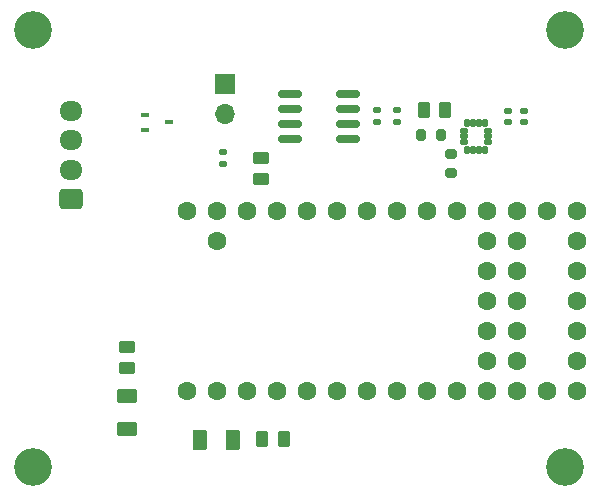
<source format=gbr>
%TF.GenerationSoftware,KiCad,Pcbnew,7.0.7*%
%TF.CreationDate,2023-11-26T17:57:00-07:00*%
%TF.ProjectId,IMUBox,494d5542-6f78-42e6-9b69-6361645f7063,v2*%
%TF.SameCoordinates,Original*%
%TF.FileFunction,Soldermask,Top*%
%TF.FilePolarity,Negative*%
%FSLAX46Y46*%
G04 Gerber Fmt 4.6, Leading zero omitted, Abs format (unit mm)*
G04 Created by KiCad (PCBNEW 7.0.7) date 2023-11-26 17:57:00*
%MOMM*%
%LPD*%
G01*
G04 APERTURE LIST*
G04 Aperture macros list*
%AMRoundRect*
0 Rectangle with rounded corners*
0 $1 Rounding radius*
0 $2 $3 $4 $5 $6 $7 $8 $9 X,Y pos of 4 corners*
0 Add a 4 corners polygon primitive as box body*
4,1,4,$2,$3,$4,$5,$6,$7,$8,$9,$2,$3,0*
0 Add four circle primitives for the rounded corners*
1,1,$1+$1,$2,$3*
1,1,$1+$1,$4,$5*
1,1,$1+$1,$6,$7*
1,1,$1+$1,$8,$9*
0 Add four rect primitives between the rounded corners*
20,1,$1+$1,$2,$3,$4,$5,0*
20,1,$1+$1,$4,$5,$6,$7,0*
20,1,$1+$1,$6,$7,$8,$9,0*
20,1,$1+$1,$8,$9,$2,$3,0*%
G04 Aperture macros list end*
%ADD10RoundRect,0.150000X0.825000X0.150000X-0.825000X0.150000X-0.825000X-0.150000X0.825000X-0.150000X0*%
%ADD11RoundRect,0.140000X-0.170000X0.140000X-0.170000X-0.140000X0.170000X-0.140000X0.170000X0.140000X0*%
%ADD12R,1.700000X1.700000*%
%ADD13O,1.700000X1.700000*%
%ADD14RoundRect,0.200000X0.200000X0.275000X-0.200000X0.275000X-0.200000X-0.275000X0.200000X-0.275000X0*%
%ADD15RoundRect,0.250000X-0.450000X0.262500X-0.450000X-0.262500X0.450000X-0.262500X0.450000X0.262500X0*%
%ADD16RoundRect,0.200000X-0.275000X0.200000X-0.275000X-0.200000X0.275000X-0.200000X0.275000X0.200000X0*%
%ADD17RoundRect,0.140000X0.170000X-0.140000X0.170000X0.140000X-0.170000X0.140000X-0.170000X-0.140000X0*%
%ADD18RoundRect,0.250000X0.450000X-0.262500X0.450000X0.262500X-0.450000X0.262500X-0.450000X-0.262500X0*%
%ADD19RoundRect,0.250000X-0.375000X-0.625000X0.375000X-0.625000X0.375000X0.625000X-0.375000X0.625000X0*%
%ADD20RoundRect,0.250000X0.725000X-0.600000X0.725000X0.600000X-0.725000X0.600000X-0.725000X-0.600000X0*%
%ADD21O,1.950000X1.700000*%
%ADD22RoundRect,0.102000X0.150000X-0.240000X0.150000X0.240000X-0.150000X0.240000X-0.150000X-0.240000X0*%
%ADD23RoundRect,0.102000X0.240000X-0.150000X0.240000X0.150000X-0.240000X0.150000X-0.240000X-0.150000X0*%
%ADD24RoundRect,0.102000X-0.150000X0.240000X-0.150000X-0.240000X0.150000X-0.240000X0.150000X0.240000X0*%
%ADD25RoundRect,0.102000X-0.240000X0.150000X-0.240000X-0.150000X0.240000X-0.150000X0.240000X0.150000X0*%
%ADD26RoundRect,0.250000X-0.262500X-0.450000X0.262500X-0.450000X0.262500X0.450000X-0.262500X0.450000X0*%
%ADD27C,1.600000*%
%ADD28C,3.200000*%
%ADD29R,0.700000X0.450000*%
%ADD30RoundRect,0.250000X0.625000X-0.375000X0.625000X0.375000X-0.625000X0.375000X-0.625000X-0.375000X0*%
%ADD31RoundRect,0.135000X0.185000X-0.135000X0.185000X0.135000X-0.185000X0.135000X-0.185000X-0.135000X0*%
G04 APERTURE END LIST*
D10*
%TO.C,U1*%
X140675000Y-47205000D03*
X140675000Y-45935000D03*
X140675000Y-44665000D03*
X140675000Y-43395000D03*
X135725000Y-43395000D03*
X135725000Y-44665000D03*
X135725000Y-45935000D03*
X135725000Y-47205000D03*
%TD*%
D11*
%TO.C,C1*%
X155593750Y-44833750D03*
X155593750Y-45793750D03*
%TD*%
D12*
%TO.C,JP1*%
X130200000Y-42560000D03*
D13*
X130200000Y-45100000D03*
%TD*%
D14*
%TO.C,R1*%
X148518750Y-46893750D03*
X146868750Y-46893750D03*
%TD*%
D15*
%TO.C,R5*%
X133300000Y-48800000D03*
X133300000Y-50625000D03*
%TD*%
D11*
%TO.C,C4*%
X143093750Y-44793750D03*
X143093750Y-45753750D03*
%TD*%
D16*
%TO.C,R2*%
X149393750Y-48468750D03*
X149393750Y-50118750D03*
%TD*%
D17*
%TO.C,C2*%
X154193750Y-45793750D03*
X154193750Y-44833750D03*
%TD*%
D18*
%TO.C,R6*%
X121900000Y-66612500D03*
X121900000Y-64787500D03*
%TD*%
D11*
%TO.C,C3*%
X144793750Y-44793750D03*
X144793750Y-45753750D03*
%TD*%
D19*
%TO.C,D4*%
X128100000Y-72700000D03*
X130900000Y-72700000D03*
%TD*%
D20*
%TO.C,J1*%
X117200000Y-52300000D03*
D21*
X117200000Y-49800000D03*
X117200000Y-47300000D03*
X117200000Y-44800000D03*
%TD*%
D22*
%TO.C,U2*%
X150743750Y-48156250D03*
X151243750Y-48156250D03*
X151743750Y-48156250D03*
X152243750Y-48156250D03*
D23*
X152493750Y-47493750D03*
X152493750Y-46993750D03*
X152493750Y-46493750D03*
D24*
X152243750Y-45831250D03*
X151743750Y-45831250D03*
X151243750Y-45831250D03*
X150743750Y-45831250D03*
D25*
X150493750Y-46493750D03*
X150493750Y-46993750D03*
X150493750Y-47493750D03*
%TD*%
D26*
%TO.C,R3*%
X147081250Y-44793750D03*
X148906250Y-44793750D03*
%TD*%
D27*
%TO.C,U3*%
X127000000Y-68580000D03*
X129540000Y-68580000D03*
X132080000Y-68580000D03*
X134620000Y-68580000D03*
X137160000Y-68580000D03*
X139700000Y-68580000D03*
X142240000Y-68580000D03*
X144780000Y-68580000D03*
X147320000Y-68580000D03*
X149860000Y-68580000D03*
X152400000Y-68580000D03*
X154940000Y-68580000D03*
X157480000Y-68580000D03*
X160020000Y-68580000D03*
X160020000Y-66040000D03*
X160020000Y-63500000D03*
X160020000Y-60960000D03*
X160020000Y-58420000D03*
X160020000Y-55880000D03*
X160020000Y-53340000D03*
X157480000Y-53340000D03*
X154940000Y-53340000D03*
X152400000Y-53340000D03*
X149860000Y-53340000D03*
X147320000Y-53340000D03*
X144780000Y-53340000D03*
X142240000Y-53340000D03*
X139700000Y-53340000D03*
X137160000Y-53340000D03*
X134620000Y-53340000D03*
X132080000Y-53340000D03*
X129540000Y-53340000D03*
X127000000Y-53340000D03*
X129540000Y-55880000D03*
X154940000Y-55880000D03*
X152400000Y-55880000D03*
X154940000Y-58420000D03*
X152400000Y-58420000D03*
X154940000Y-60960000D03*
X152400000Y-60960000D03*
X154940000Y-63500000D03*
X152400000Y-63500000D03*
X154940000Y-66040000D03*
X152400000Y-66040000D03*
%TD*%
D26*
%TO.C,R7*%
X133397500Y-72640000D03*
X135222500Y-72640000D03*
%TD*%
D28*
%TO.C,REF\u002A\u002A*%
X159000000Y-38000000D03*
%TD*%
D29*
%TO.C,D1*%
X123500000Y-45150000D03*
X123500000Y-46450000D03*
X125500000Y-45800000D03*
%TD*%
D30*
%TO.C,D3*%
X121900000Y-71800000D03*
X121900000Y-69000000D03*
%TD*%
D28*
%TO.C,REF\u002A\u002A*%
X159000000Y-75000000D03*
%TD*%
%TO.C,REF\u002A\u002A*%
X114000000Y-38000000D03*
%TD*%
D31*
%TO.C,R4*%
X130100000Y-49345000D03*
X130100000Y-48325000D03*
%TD*%
D28*
%TO.C,REF\u002A\u002A*%
X114000000Y-75000000D03*
%TD*%
M02*

</source>
